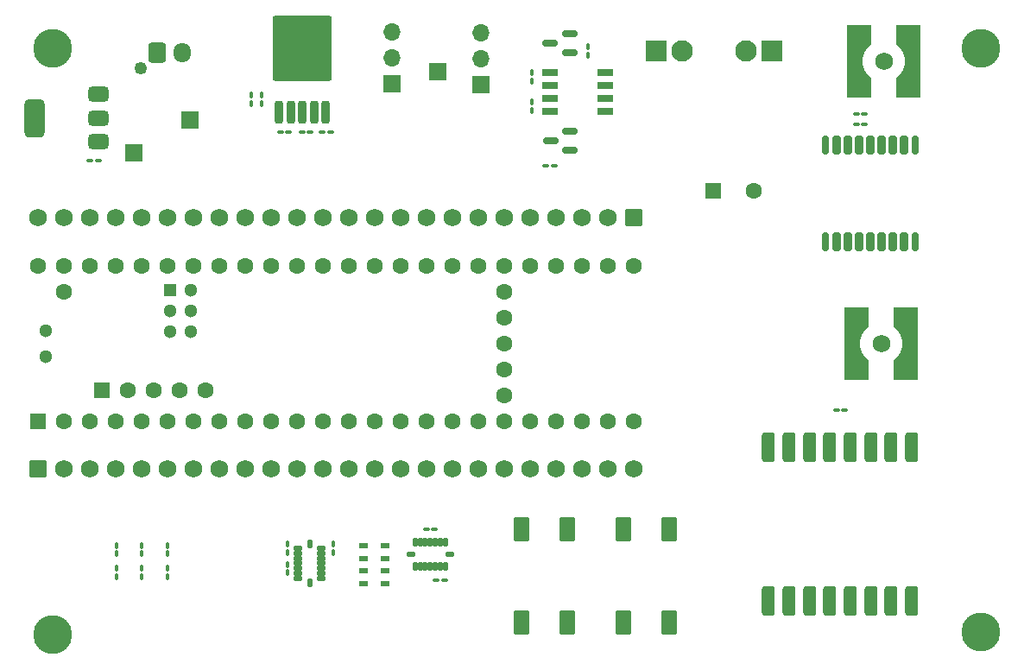
<source format=gts>
G04 #@! TF.GenerationSoftware,KiCad,Pcbnew,8.0.5*
G04 #@! TF.CreationDate,2025-03-10T17:55:26-07:00*
G04 #@! TF.ProjectId,flightcomputerv1,666c6967-6874-4636-9f6d-707574657276,rev?*
G04 #@! TF.SameCoordinates,Original*
G04 #@! TF.FileFunction,Soldermask,Top*
G04 #@! TF.FilePolarity,Negative*
%FSLAX46Y46*%
G04 Gerber Fmt 4.6, Leading zero omitted, Abs format (unit mm)*
G04 Created by KiCad (PCBNEW 8.0.5) date 2025-03-10 17:55:26*
%MOMM*%
%LPD*%
G01*
G04 APERTURE LIST*
G04 Aperture macros list*
%AMRoundRect*
0 Rectangle with rounded corners*
0 $1 Rounding radius*
0 $2 $3 $4 $5 $6 $7 $8 $9 X,Y pos of 4 corners*
0 Add a 4 corners polygon primitive as box body*
4,1,4,$2,$3,$4,$5,$6,$7,$8,$9,$2,$3,0*
0 Add four circle primitives for the rounded corners*
1,1,$1+$1,$2,$3*
1,1,$1+$1,$4,$5*
1,1,$1+$1,$6,$7*
1,1,$1+$1,$8,$9*
0 Add four rect primitives between the rounded corners*
20,1,$1+$1,$2,$3,$4,$5,0*
20,1,$1+$1,$4,$5,$6,$7,0*
20,1,$1+$1,$6,$7,$8,$9,0*
20,1,$1+$1,$8,$9,$2,$3,0*%
%AMFreePoly0*
4,1,25,-1.500000,1.420000,-1.360000,1.280000,-1.205000,1.155000,-1.035000,1.045000,-0.860000,0.950000,-0.675000,0.875000,-0.480000,0.820000,-0.280000,0.780000,-0.085000,0.765000,0.085000,0.765000,0.280000,0.780000,0.480000,0.820000,0.675000,0.875000,0.860000,0.950000,1.035000,1.045000,1.205000,1.155000,1.360000,1.280000,1.500000,1.420000,1.645000,1.595000,3.555000,1.595000,
3.555000,-0.755000,-3.555000,-0.755000,-3.555000,1.595000,-1.645000,1.595000,-1.500000,1.420000,-1.500000,1.420000,$1*%
G04 Aperture macros list end*
%ADD10RoundRect,0.102000X0.700000X-1.050000X0.700000X1.050000X-0.700000X1.050000X-0.700000X-1.050000X0*%
%ADD11R,1.700000X1.700000*%
%ADD12O,1.700000X1.700000*%
%ADD13R,0.950000X0.550000*%
%ADD14C,2.100000*%
%ADD15R,2.100000X2.100000*%
%ADD16RoundRect,0.100000X0.100000X-0.217500X0.100000X0.217500X-0.100000X0.217500X-0.100000X-0.217500X0*%
%ADD17C,3.800000*%
%ADD18R,1.600000X1.600000*%
%ADD19C,1.600000*%
%ADD20RoundRect,0.100000X-0.100000X0.217500X-0.100000X-0.217500X0.100000X-0.217500X0.100000X0.217500X0*%
%ADD21RoundRect,0.150000X0.587500X0.150000X-0.587500X0.150000X-0.587500X-0.150000X0.587500X-0.150000X0*%
%ADD22RoundRect,0.100000X-0.217500X-0.100000X0.217500X-0.100000X0.217500X0.100000X-0.217500X0.100000X0*%
%ADD23R,1.525000X0.700000*%
%ADD24RoundRect,0.317500X0.317500X-1.157500X0.317500X1.157500X-0.317500X1.157500X-0.317500X-1.157500X0*%
%ADD25RoundRect,0.102000X-0.295000X0.175000X-0.295000X-0.175000X0.295000X-0.175000X0.295000X0.175000X0*%
%ADD26RoundRect,0.102000X-0.175000X0.295000X-0.175000X-0.295000X0.175000X-0.295000X0.175000X0.295000X0*%
%ADD27R,1.300000X1.300000*%
%ADD28C,1.300000*%
%ADD29RoundRect,0.100000X0.217500X0.100000X-0.217500X0.100000X-0.217500X-0.100000X0.217500X-0.100000X0*%
%ADD30FreePoly0,90.000000*%
%ADD31FreePoly0,270.000000*%
%ADD32C,1.730000*%
%ADD33RoundRect,0.250000X0.620000X0.620000X-0.620000X0.620000X-0.620000X-0.620000X0.620000X-0.620000X0*%
%ADD34C,1.740000*%
%ADD35RoundRect,0.200000X0.200000X-0.900000X0.200000X0.900000X-0.200000X0.900000X-0.200000X-0.900000X0*%
%ADD36RoundRect,0.249997X2.650003X-2.950003X2.650003X2.950003X-2.650003X2.950003X-2.650003X-2.950003X0*%
%ADD37C,1.250000*%
%ADD38RoundRect,0.250000X-0.600000X-0.725000X0.600000X-0.725000X0.600000X0.725000X-0.600000X0.725000X0*%
%ADD39O,1.700000X1.950000*%
%ADD40RoundRect,0.102000X0.175000X0.295000X-0.175000X0.295000X-0.175000X-0.295000X0.175000X-0.295000X0*%
%ADD41RoundRect,0.102000X0.295000X0.175000X-0.295000X0.175000X-0.295000X-0.175000X0.295000X-0.175000X0*%
%ADD42RoundRect,0.175000X0.175000X-0.725000X0.175000X0.725000X-0.175000X0.725000X-0.175000X-0.725000X0*%
%ADD43RoundRect,0.200000X0.200000X-0.700000X0.200000X0.700000X-0.200000X0.700000X-0.200000X-0.700000X0*%
%ADD44RoundRect,0.375000X0.625000X0.375000X-0.625000X0.375000X-0.625000X-0.375000X0.625000X-0.375000X0*%
%ADD45RoundRect,0.500000X0.500000X1.400000X-0.500000X1.400000X-0.500000X-1.400000X0.500000X-1.400000X0*%
%ADD46RoundRect,0.250000X-0.620000X-0.620000X0.620000X-0.620000X0.620000X0.620000X-0.620000X0.620000X0*%
G04 APERTURE END LIST*
D10*
X109750000Y-120050000D03*
X114250000Y-120050000D03*
X109750000Y-110950000D03*
X114250000Y-110950000D03*
X99750000Y-120050000D03*
X104250000Y-120050000D03*
X99750000Y-110950000D03*
X104250000Y-110950000D03*
D11*
X91500000Y-66000000D03*
X61750000Y-74000000D03*
X67250000Y-70750000D03*
X95750000Y-67290000D03*
D12*
X95750000Y-64750000D03*
X95750000Y-62210000D03*
D11*
X87000000Y-67250000D03*
D12*
X87000000Y-64710000D03*
X87000000Y-62170000D03*
D13*
X86359590Y-116257931D03*
X86359590Y-115007931D03*
X86359590Y-113757931D03*
X86359590Y-112507931D03*
X84209590Y-112507931D03*
X84209590Y-113757931D03*
X84209590Y-115007931D03*
X84209590Y-116257931D03*
D14*
X115500000Y-64000000D03*
D15*
X112960000Y-64000000D03*
D16*
X74250000Y-69157500D03*
X74250000Y-68342500D03*
D17*
X144750000Y-121000000D03*
D18*
X118500000Y-77750000D03*
D19*
X122500000Y-77750000D03*
D17*
X53750000Y-63750000D03*
D20*
X62500000Y-112483750D03*
X62500000Y-113298750D03*
D21*
X102562500Y-63250000D03*
X104437500Y-62300000D03*
X104437500Y-64200000D03*
D22*
X76092500Y-72000000D03*
X76907500Y-72000000D03*
D23*
X107962000Y-66095000D03*
X107962000Y-67365000D03*
X107962000Y-68635000D03*
X107962000Y-69905000D03*
X102538000Y-69905000D03*
X102538000Y-68635000D03*
X102538000Y-67365000D03*
X102538000Y-66095000D03*
D20*
X60000000Y-112483750D03*
X60000000Y-113298750D03*
D22*
X91377090Y-115882931D03*
X92192090Y-115882931D03*
D24*
X123984590Y-117907931D03*
X125984590Y-117907931D03*
X127984590Y-117907931D03*
X129984590Y-117907931D03*
X131984590Y-117907931D03*
X133984590Y-117907931D03*
X135984590Y-117907931D03*
X137984590Y-117907931D03*
X137984590Y-102857931D03*
X135984590Y-102857931D03*
X133984590Y-102857931D03*
X131984590Y-102857931D03*
X129984590Y-102857931D03*
X127984590Y-102857931D03*
X125984590Y-102857931D03*
X123984590Y-102857931D03*
D22*
X57435000Y-74750000D03*
X58250000Y-74750000D03*
D16*
X73250000Y-69157500D03*
X73250000Y-68342500D03*
D25*
X80114590Y-112757931D03*
X80114590Y-113257931D03*
X80114590Y-113757931D03*
X80114590Y-114257931D03*
X80114590Y-114757931D03*
X80114590Y-115257931D03*
X80114590Y-115757931D03*
D26*
X78949590Y-116172931D03*
D25*
X77784590Y-115757931D03*
X77784590Y-115257931D03*
X77784590Y-114757931D03*
X77784590Y-114257931D03*
X77784590Y-113757931D03*
X77784590Y-113257931D03*
X77784590Y-112757931D03*
D26*
X78949590Y-112342931D03*
D16*
X62480000Y-115536250D03*
X62480000Y-114721250D03*
X106250000Y-63592500D03*
X106250000Y-64407500D03*
D18*
X52324590Y-100302931D03*
D19*
X54864590Y-100302931D03*
X57404590Y-100302931D03*
X59944590Y-100302931D03*
X62484590Y-100302931D03*
X65024590Y-100302931D03*
X67564590Y-100302931D03*
X70104590Y-100302931D03*
X72644590Y-100302931D03*
X75184590Y-100302931D03*
X77724590Y-100302931D03*
X80264590Y-100302931D03*
X82804590Y-100302931D03*
X85344590Y-100302931D03*
X87884590Y-100302931D03*
X90424590Y-100302931D03*
X92964590Y-100302931D03*
X95504590Y-100302931D03*
X98044590Y-100302931D03*
X100584590Y-100302931D03*
X103124590Y-100302931D03*
X105664590Y-100302931D03*
X108204590Y-100302931D03*
X110744590Y-100302931D03*
X110744590Y-85062931D03*
X108204590Y-85062931D03*
X105664590Y-85062931D03*
X103124590Y-85062931D03*
X100584590Y-85062931D03*
X98044590Y-85062931D03*
X95504590Y-85062931D03*
X92964590Y-85062931D03*
X90424590Y-85062931D03*
X87884590Y-85062931D03*
X85344590Y-85062931D03*
X82804590Y-85062931D03*
X80264590Y-85062931D03*
X77724590Y-85062931D03*
X75184590Y-85062931D03*
X72644590Y-85062931D03*
X70104590Y-85062931D03*
X67564590Y-85062931D03*
X65024590Y-85062931D03*
X62484590Y-85062931D03*
X59944590Y-85062931D03*
X57404590Y-85062931D03*
X54864590Y-85062931D03*
X52324590Y-85062931D03*
X54864590Y-87602931D03*
X98044590Y-97762931D03*
X98044590Y-95222931D03*
X98044590Y-92682931D03*
X98044590Y-90142931D03*
X98044590Y-87602931D03*
D18*
X58623790Y-97252131D03*
D19*
X61163790Y-97252131D03*
X63703790Y-97252131D03*
X66243790Y-97252131D03*
X68783790Y-97252131D03*
D27*
X65294590Y-87501331D03*
D28*
X65294590Y-89501331D03*
X65294590Y-91501331D03*
X67294590Y-91501331D03*
X67294590Y-89501331D03*
X67294590Y-87501331D03*
X53054590Y-91412931D03*
X53054590Y-93952931D03*
D16*
X64980000Y-114721250D03*
X64980000Y-115536250D03*
D29*
X131407500Y-99250000D03*
X130592500Y-99250000D03*
D30*
X137800000Y-92750000D03*
D31*
X132200000Y-92750000D03*
D32*
X135000000Y-92750000D03*
D33*
X110764590Y-80382931D03*
D34*
X108224590Y-80382931D03*
X105684590Y-80382931D03*
X103144590Y-80382931D03*
X100604590Y-80382931D03*
X98064590Y-80382931D03*
X95524590Y-80382931D03*
X92984590Y-80382931D03*
X90444590Y-80382931D03*
X87904590Y-80382931D03*
X85364590Y-80382931D03*
X82824590Y-80382931D03*
X80284590Y-80382931D03*
X77744590Y-80382931D03*
X75204590Y-80382931D03*
X72664590Y-80382931D03*
X70124590Y-80382931D03*
X67584590Y-80382931D03*
X65044590Y-80382931D03*
X62504590Y-80382931D03*
X59964590Y-80382931D03*
X57424590Y-80382931D03*
X54884590Y-80382931D03*
X52344590Y-80382931D03*
D22*
X90377090Y-110882931D03*
X91192090Y-110882931D03*
D20*
X65000000Y-113298750D03*
X65000000Y-112483750D03*
D29*
X132557910Y-70215410D03*
X133372910Y-70215410D03*
X81000000Y-72000000D03*
X80185000Y-72000000D03*
D20*
X100750000Y-66975000D03*
X100750000Y-66160000D03*
D35*
X75970000Y-70040000D03*
X77110000Y-70040000D03*
X78250000Y-70040000D03*
D36*
X78250000Y-63740000D03*
D35*
X79390000Y-70040000D03*
X80530000Y-70040000D03*
D17*
X144750000Y-63750000D03*
D16*
X76784590Y-115165431D03*
X76784590Y-114350431D03*
D37*
X62384590Y-65745431D03*
D38*
X63984590Y-64145431D03*
D39*
X66484590Y-64145431D03*
D17*
X53750000Y-121250000D03*
D30*
X138050000Y-65000000D03*
D31*
X132450000Y-65000000D03*
D32*
X135250000Y-65000000D03*
D29*
X132557910Y-71215410D03*
X133372910Y-71215410D03*
D16*
X76784590Y-113165431D03*
X76784590Y-112350431D03*
D40*
X92284590Y-114547931D03*
X91784590Y-114547931D03*
X91284590Y-114547931D03*
X90784590Y-114547931D03*
X90284590Y-114547931D03*
X89784590Y-114547931D03*
X89284590Y-114547931D03*
D41*
X88869590Y-113382931D03*
D40*
X89284590Y-112217931D03*
X89784590Y-112217931D03*
X90284590Y-112217931D03*
X90784590Y-112217931D03*
X91284590Y-112217931D03*
X91784590Y-112217931D03*
X92284590Y-112217931D03*
D41*
X92699590Y-113382931D03*
D21*
X102625000Y-72800000D03*
X104500000Y-71850000D03*
X104500000Y-73750000D03*
D15*
X124270000Y-64000000D03*
D14*
X121730000Y-64000000D03*
D22*
X102907500Y-75250000D03*
X102092500Y-75250000D03*
D42*
X129550000Y-82698341D03*
D43*
X130650000Y-82698341D03*
X131750000Y-82698341D03*
X132850000Y-82698341D03*
X133950000Y-82698341D03*
X135050000Y-82698341D03*
X136150000Y-82698341D03*
X137250000Y-82698341D03*
D42*
X138350000Y-82698341D03*
X138350000Y-73198341D03*
D43*
X137250000Y-73198341D03*
X136150000Y-73198341D03*
X135050000Y-73198341D03*
X133950000Y-73198341D03*
X132850000Y-73198341D03*
X131750000Y-73198341D03*
X130650000Y-73198341D03*
D42*
X129550000Y-73198341D03*
D20*
X100750000Y-69815000D03*
X100750000Y-69000000D03*
D29*
X79000000Y-72000000D03*
X78185000Y-72000000D03*
D44*
X58284590Y-72882931D03*
X58284590Y-70582931D03*
D45*
X51984590Y-70582931D03*
D44*
X58284590Y-68282931D03*
D46*
X52330000Y-105000000D03*
D34*
X54870000Y-105000000D03*
X57410000Y-105000000D03*
X59950000Y-105000000D03*
X62490000Y-105000000D03*
X65030000Y-105000000D03*
X67570000Y-105000000D03*
X70110000Y-105000000D03*
X72650000Y-105000000D03*
X75190000Y-105000000D03*
X77730000Y-105000000D03*
X80270000Y-105000000D03*
X82810000Y-105000000D03*
X85350000Y-105000000D03*
X87890000Y-105000000D03*
X90430000Y-105000000D03*
X92970000Y-105000000D03*
X95510000Y-105000000D03*
X98050000Y-105000000D03*
X100590000Y-105000000D03*
X103130000Y-105000000D03*
X105670000Y-105000000D03*
X108210000Y-105000000D03*
X110750000Y-105000000D03*
D16*
X81284590Y-113165431D03*
X81284590Y-112350431D03*
X59980000Y-115536250D03*
X59980000Y-114721250D03*
M02*

</source>
